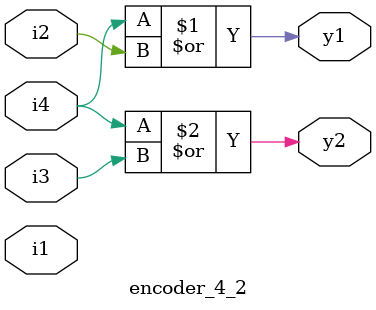
<source format=v>
module encoder_4_2(input i1,i2,i3,i4,output y1,y2);
  assign y1 = i4|i2;
  assign y2 = i4|i3;
endmodule

</source>
